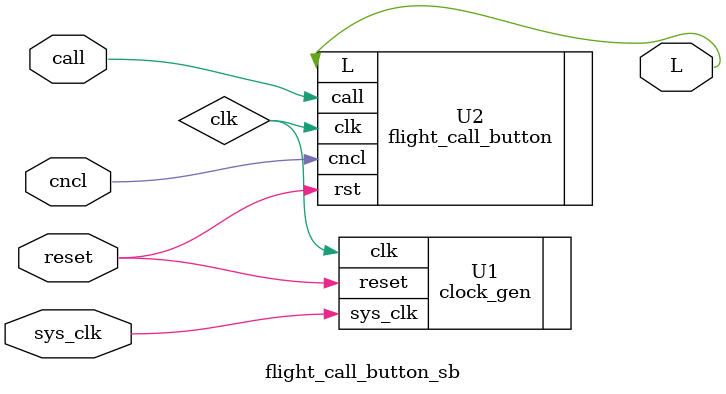
<source format=sv>
module flight_call_button_sb(input logic sys_clk,
    input logic reset, call, cncl,
    output logic L);
logic clk;
clock_gen U1 (.sys_clk(sys_clk), .reset(reset), .clk(clk));
flight_call_button U2(.clk(clk), .rst(reset), .call(call), .cncl(cncl), .L(L));
endmodule
</source>
